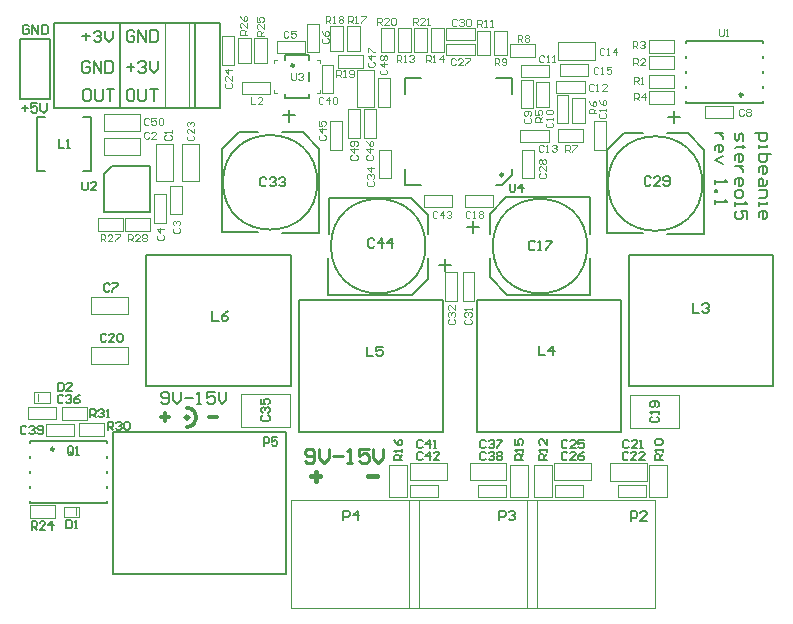
<source format=gto>
G04 Layer_Color=65535*
%FSLAX44Y44*%
%MOMM*%
G71*
G01*
G75*
%ADD33C,0.2500*%
%ADD34C,0.3000*%
%ADD40C,0.4000*%
%ADD47C,0.2000*%
%ADD60C,0.2032*%
%ADD61C,0.2540*%
%ADD62C,0.1000*%
%ADD63C,0.0762*%
%ADD64C,0.1500*%
%ADD65C,0.1200*%
%ADD66C,0.1600*%
D33*
X412250Y367500D02*
G03*
X412250Y367500I-1250J0D01*
G01*
X244500Y125499D02*
X246499Y123500D01*
X250498D01*
X252497Y125499D01*
Y133497D01*
X250498Y135496D01*
X246499D01*
X244500Y133497D01*
Y131497D01*
X246499Y129498D01*
X252497D01*
X256496Y135496D02*
Y127499D01*
X260495Y123500D01*
X264494Y127499D01*
Y135496D01*
X268492Y129498D02*
X276490D01*
X280488Y123500D02*
X284487D01*
X282488D01*
Y135496D01*
X280488Y133497D01*
X298482Y135496D02*
X290485D01*
Y129498D01*
X294484Y131497D01*
X296483D01*
X298482Y129498D01*
Y125499D01*
X296483Y123500D01*
X292484D01*
X290485Y125499D01*
X302481Y135496D02*
Y127499D01*
X306480Y123500D01*
X310479Y127499D01*
Y135496D01*
D34*
X146000Y162000D02*
G03*
X146000Y162000I-1500J0D01*
G01*
X144500Y154000D02*
G03*
X144500Y170000I0J8000D01*
G01*
X123000Y161998D02*
X129664D01*
X126332Y165331D02*
Y158666D01*
X162987Y161998D02*
X169652D01*
D40*
X249500Y111998D02*
X257497D01*
X253499Y115997D02*
Y107999D01*
X297484Y111998D02*
X305482D01*
D47*
X227500Y468500D02*
X247500D01*
X227500Y432750D02*
X247500D01*
X227500D02*
Y436000D01*
X247500Y432750D02*
Y436000D01*
Y465000D02*
Y468500D01*
X227500Y465000D02*
Y468500D01*
X11988Y89584D02*
Y91616D01*
Y89584D02*
X77012D01*
Y140384D02*
Y142162D01*
X12000D02*
X77012D01*
X11988Y140384D02*
Y142162D01*
X11990Y127684D02*
Y129716D01*
Y114984D02*
Y117016D01*
Y102284D02*
Y104316D01*
X77012Y89584D02*
Y91616D01*
Y102284D02*
Y104316D01*
Y114984D02*
Y117016D01*
Y127684D02*
Y129716D01*
X419500Y367000D02*
Y372250D01*
X411500Y359000D02*
X419500Y367000D01*
Y435750D02*
Y449000D01*
X406250Y359000D02*
X411500D01*
X406250Y449000D02*
X419500D01*
X329500Y435750D02*
Y449000D01*
X342750D01*
X329500Y359000D02*
Y372250D01*
Y359000D02*
X342750D01*
X632512Y478634D02*
Y480666D01*
X567488D02*
X632512D01*
X567488Y428088D02*
Y429866D01*
Y428088D02*
X632500D01*
X632512D02*
Y429866D01*
X632510Y440534D02*
Y442566D01*
Y453234D02*
Y455266D01*
Y465934D02*
Y467966D01*
X567488Y478634D02*
Y480666D01*
Y465934D02*
Y467966D01*
Y453234D02*
Y455266D01*
Y440534D02*
Y442566D01*
X625592Y403000D02*
X635589D01*
Y398002D01*
X633923Y396335D01*
X630591D01*
X628924Y398002D01*
Y403000D01*
Y393003D02*
Y389671D01*
Y391337D01*
X635589D01*
Y393003D01*
X638921Y384673D02*
X628924D01*
Y379674D01*
X630591Y378008D01*
X632257D01*
X633923D01*
X635589Y379674D01*
Y384673D01*
X628924Y369677D02*
Y373010D01*
X630591Y374676D01*
X633923D01*
X635589Y373010D01*
Y369677D01*
X633923Y368011D01*
X632257D01*
Y374676D01*
X635589Y363013D02*
Y359681D01*
X633923Y358014D01*
X628924D01*
Y363013D01*
X630591Y364679D01*
X632257Y363013D01*
Y358014D01*
X628924Y354682D02*
X635589D01*
Y349684D01*
X633923Y348018D01*
X628924D01*
Y344686D02*
Y341353D01*
Y343019D01*
X635589D01*
Y344686D01*
X628924Y331356D02*
Y334689D01*
X630591Y336355D01*
X633923D01*
X635589Y334689D01*
Y331356D01*
X633923Y329690D01*
X632257D01*
Y336355D01*
X608796Y403000D02*
Y398002D01*
X610462Y396335D01*
X612128Y398002D01*
Y401334D01*
X613795Y403000D01*
X615461Y401334D01*
Y396335D01*
X617127Y391337D02*
X615461D01*
Y393003D01*
Y389671D01*
Y391337D01*
X610462D01*
X608796Y389671D01*
Y379674D02*
Y383006D01*
X610462Y384673D01*
X613795D01*
X615461Y383006D01*
Y379674D01*
X613795Y378008D01*
X612128D01*
Y384673D01*
X615461Y374676D02*
X608796D01*
X612128D01*
X613795Y373010D01*
X615461Y371344D01*
Y369677D01*
X608796Y359681D02*
Y363013D01*
X610462Y364679D01*
X613795D01*
X615461Y363013D01*
Y359681D01*
X613795Y358014D01*
X612128D01*
Y364679D01*
X608796Y353016D02*
Y349684D01*
X610462Y348018D01*
X613795D01*
X615461Y349684D01*
Y353016D01*
X613795Y354682D01*
X610462D01*
X608796Y353016D01*
Y344686D02*
Y341353D01*
Y343019D01*
X618793D01*
X617127Y344686D01*
X618793Y329690D02*
Y336355D01*
X613795D01*
X615461Y333023D01*
Y331356D01*
X613795Y329690D01*
X610462D01*
X608796Y331356D01*
Y334689D01*
X610462Y336355D01*
X598665Y403000D02*
X592000D01*
X595332D01*
X596998Y401334D01*
X598665Y399668D01*
Y398002D01*
X592000Y388005D02*
Y391337D01*
X593666Y393003D01*
X596998D01*
X598665Y391337D01*
Y388005D01*
X596998Y386339D01*
X595332D01*
Y393003D01*
X598665Y383006D02*
X592000Y379674D01*
X598665Y376342D01*
X592000Y363013D02*
Y359681D01*
Y361347D01*
X601997D01*
X600331Y363013D01*
X592000Y354682D02*
X593666D01*
Y353016D01*
X592000D01*
Y354682D01*
Y346352D02*
Y343019D01*
Y344686D01*
X601997D01*
X600331Y346352D01*
X123000Y175166D02*
X124666Y173500D01*
X127998D01*
X129664Y175166D01*
Y181831D01*
X127998Y183497D01*
X124666D01*
X123000Y181831D01*
Y180165D01*
X124666Y178498D01*
X129664D01*
X132997Y183497D02*
Y176832D01*
X136329Y173500D01*
X139661Y176832D01*
Y183497D01*
X142994Y178498D02*
X149658D01*
X152990Y173500D02*
X156323D01*
X154656D01*
Y183497D01*
X152990Y181831D01*
X167985Y183497D02*
X161321D01*
Y178498D01*
X164653Y180165D01*
X166319D01*
X167985Y178498D01*
Y175166D01*
X166319Y173500D01*
X162987D01*
X161321Y175166D01*
X171318Y183497D02*
Y176832D01*
X174650Y173500D01*
X177982Y176832D01*
Y183497D01*
X61498Y439997D02*
X58166D01*
X56500Y438331D01*
Y431666D01*
X58166Y430000D01*
X61498D01*
X63165Y431666D01*
Y438331D01*
X61498Y439997D01*
X66497D02*
Y431666D01*
X68163Y430000D01*
X71495D01*
X73161Y431666D01*
Y439997D01*
X76494D02*
X83158D01*
X79826D01*
Y430000D01*
X100164Y488331D02*
X98498Y489997D01*
X95166D01*
X93500Y488331D01*
Y481666D01*
X95166Y480000D01*
X98498D01*
X100164Y481666D01*
Y484998D01*
X96832D01*
X103497Y480000D02*
Y489997D01*
X110161Y480000D01*
Y489997D01*
X113493D02*
Y480000D01*
X118492D01*
X120158Y481666D01*
Y488331D01*
X118492Y489997D01*
X113493D01*
X93500Y458998D02*
X100164D01*
X96832Y462331D02*
Y455666D01*
X103497Y462331D02*
X105163Y463997D01*
X108495D01*
X110161Y462331D01*
Y460664D01*
X108495Y458998D01*
X106829D01*
X108495D01*
X110161Y457332D01*
Y455666D01*
X108495Y454000D01*
X105163D01*
X103497Y455666D01*
X113493Y463997D02*
Y457332D01*
X116826Y454000D01*
X120158Y457332D01*
Y463997D01*
X55500Y484498D02*
X62165D01*
X58832Y487831D02*
Y481166D01*
X65497Y487831D02*
X67163Y489497D01*
X70495D01*
X72161Y487831D01*
Y486165D01*
X70495Y484498D01*
X68829D01*
X70495D01*
X72161Y482832D01*
Y481166D01*
X70495Y479500D01*
X67163D01*
X65497Y481166D01*
X75493Y489497D02*
Y482832D01*
X78826Y479500D01*
X82158Y482832D01*
Y489497D01*
X62165Y462331D02*
X60498Y463997D01*
X57166D01*
X55500Y462331D01*
Y455666D01*
X57166Y454000D01*
X60498D01*
X62165Y455666D01*
Y458998D01*
X58832D01*
X65497Y454000D02*
Y463997D01*
X72161Y454000D01*
Y463997D01*
X75493D02*
Y454000D01*
X80492D01*
X82158Y455666D01*
Y462331D01*
X80492Y463997D01*
X75493D01*
X98498Y439997D02*
X95166D01*
X93500Y438331D01*
Y431666D01*
X95166Y430000D01*
X98498D01*
X100164Y431666D01*
Y438331D01*
X98498Y439997D01*
X103497D02*
Y431666D01*
X105163Y430000D01*
X108495D01*
X110161Y431666D01*
Y439997D01*
X113493D02*
X120158D01*
X116826D01*
Y430000D01*
D60*
X346500Y307000D02*
G03*
X346500Y307000I-40000J0D01*
G01*
X255000Y361000D02*
G03*
X255000Y361000I-40000J0D01*
G01*
X581000Y360000D02*
G03*
X581000Y360000I-40000J0D01*
G01*
X483500Y307000D02*
G03*
X483500Y307000I-40000J0D01*
G01*
X82250Y29250D02*
Y149250D01*
Y29250D02*
X228250D01*
Y149250D01*
X82250D02*
X228250D01*
X17250Y416750D02*
X24500D01*
X17250Y370250D02*
Y416750D01*
X63750Y370250D02*
Y416750D01*
X56500D02*
X63750D01*
X56500Y370250D02*
X63750D01*
X17250D02*
X24500D01*
X110250Y188250D02*
X232250D01*
Y299250D01*
X110250Y188250D02*
Y299250D01*
X232250D01*
X239500Y261000D02*
X361500D01*
X239500Y150000D02*
Y261000D01*
X361500Y150000D02*
Y261000D01*
X239500Y150000D02*
X361500D01*
X389917Y261000D02*
X511917D01*
X389917Y150000D02*
Y261000D01*
X511917Y150000D02*
Y261000D01*
X389917Y150000D02*
X511917D01*
X518750Y299250D02*
X640750D01*
X518750Y188250D02*
Y299250D01*
X640750Y188250D02*
Y299250D01*
X518750Y188250D02*
X640750D01*
X264500Y317160D02*
Y348000D01*
X349000Y317160D02*
Y333500D01*
Y279500D02*
Y296840D01*
X335000Y265500D02*
X349000Y279500D01*
X334500Y348000D02*
X349000Y333500D01*
X363150Y285640D02*
Y295800D01*
X264500Y348000D02*
X334500D01*
X264000Y265500D02*
X335000D01*
X357953Y290796D02*
X368113D01*
X264000Y265500D02*
Y296840D01*
X174000Y319000D02*
X204840D01*
X188500Y403500D02*
X204840D01*
X225160D02*
X242500D01*
X256500Y389500D01*
X174000Y389000D02*
X188500Y403500D01*
X226200Y417650D02*
X236360D01*
X174000Y319000D02*
Y389000D01*
X256500Y318500D02*
Y389500D01*
X231204Y412453D02*
Y422613D01*
X225160Y318500D02*
X256500D01*
X500000Y318000D02*
X530840D01*
X514500Y402500D02*
X530840D01*
X551160D02*
X568500D01*
X582500Y388500D01*
X500000Y388000D02*
X514500Y402500D01*
X552200Y416650D02*
X562360D01*
X500000Y318000D02*
Y388000D01*
X582500Y317500D02*
Y388500D01*
X557204Y411453D02*
Y421613D01*
X551160Y317500D02*
X582500D01*
X485500Y266000D02*
Y296840D01*
X401000Y280500D02*
Y296840D01*
Y317160D02*
Y334500D01*
X415000Y348500D01*
X401000Y280500D02*
X415500Y266000D01*
X386850Y318200D02*
Y328360D01*
X415500Y266000D02*
X485500D01*
X415000Y348500D02*
X486000D01*
X381887Y323204D02*
X392047D01*
X486000Y317160D02*
Y348500D01*
X247500Y446500D02*
Y454500D01*
X3300Y431900D02*
X28700D01*
X3300D02*
Y482700D01*
X28700Y431900D02*
Y482700D01*
X3300D02*
X28700D01*
D61*
X235000Y460000D02*
G03*
X235000Y460000I-1031J0D01*
G01*
X31988Y135100D02*
G03*
X31988Y135100I-1239J0D01*
G01*
X614989Y435150D02*
G03*
X614989Y435150I-1239J0D01*
G01*
D62*
X15500Y174500D02*
Y183500D01*
X28500Y174500D02*
Y183500D01*
X15500D02*
X28500D01*
X15500Y174500D02*
X28500D01*
X18571Y175952D02*
Y181997D01*
X53500Y77500D02*
Y86500D01*
X40500Y77500D02*
Y86500D01*
Y77500D02*
X53500D01*
X40500Y86500D02*
X53500D01*
X50429Y79003D02*
Y85048D01*
X218000Y462000D02*
Y464500D01*
X220500D01*
X218000Y436500D02*
Y439000D01*
Y436500D02*
X220500D01*
X254500D02*
X257000D01*
Y439000D01*
Y462000D02*
Y464500D01*
X254500D02*
X257000D01*
X125840Y424440D02*
X146160D01*
X125840D02*
Y495560D01*
X146160Y424440D02*
Y495560D01*
X125840D02*
X146160D01*
D63*
X49050Y146500D02*
Y156500D01*
X24950D02*
X49050D01*
X24950Y146500D02*
Y156500D01*
Y146500D02*
X49050D01*
X63450Y207000D02*
Y221500D01*
X94550D01*
X63450Y207000D02*
X94550D01*
Y221500D01*
Y249500D02*
Y264000D01*
X63450Y249500D02*
X94550D01*
X63450Y264000D02*
X94550D01*
X63450Y249500D02*
Y264000D01*
X316000Y94950D02*
X331000D01*
X316000D02*
Y122050D01*
X331000Y94950D02*
Y122050D01*
X316000D02*
X331000D01*
X418500Y94700D02*
X433500D01*
X418500D02*
Y121800D01*
X433500Y94700D02*
Y121800D01*
X418500D02*
X433500D01*
X438500Y94950D02*
X453500D01*
X438500D02*
Y122050D01*
X453500Y94950D02*
Y122050D01*
X438500D02*
X453500D01*
X333450Y95000D02*
X357550D01*
X333450D02*
Y105000D01*
X357550D01*
Y95000D02*
Y105000D01*
X364550Y108750D02*
Y123250D01*
X333450Y108750D02*
X364550D01*
X333450Y123250D02*
X364550D01*
X333450Y108750D02*
Y123250D01*
X390950Y95000D02*
X415050D01*
X390950D02*
Y105000D01*
X415050D01*
Y95000D02*
Y105000D01*
Y108750D02*
Y123250D01*
X383950Y108750D02*
X415050D01*
X383950Y123250D02*
X415050D01*
X383950Y108750D02*
Y123250D01*
X455950Y105000D02*
X480050D01*
Y95000D02*
Y105000D01*
X455950Y95000D02*
X480050D01*
X455950D02*
Y105000D01*
X486550Y108750D02*
Y123250D01*
X455450Y108750D02*
X486550D01*
X455450Y123250D02*
X486550D01*
X455450Y108750D02*
Y123250D01*
X509450Y95000D02*
X533550D01*
X509450D02*
Y105000D01*
X533550D01*
Y95000D02*
Y105000D01*
X534050Y108500D02*
Y123000D01*
X502950Y108500D02*
X534050D01*
X502950Y123000D02*
X534050D01*
X502950Y108500D02*
Y123000D01*
X536000Y94700D02*
X551000D01*
X536000D02*
Y121800D01*
X551000Y94700D02*
Y121800D01*
X536000D02*
X551000D01*
X246500Y470950D02*
X256500D01*
Y495050D01*
X246500D02*
X256500D01*
X246500Y470950D02*
Y495050D01*
X220450Y470500D02*
Y480500D01*
Y470500D02*
X244550D01*
Y480500D01*
X220450D02*
X244550D01*
X11450Y87500D02*
X32550D01*
Y76500D02*
Y87500D01*
X11450Y76500D02*
X32550D01*
X11450D02*
Y87500D01*
X561000Y153000D02*
Y181000D01*
X520000Y153000D02*
Y181000D01*
Y153000D02*
X561000D01*
X520000Y181000D02*
X561000D01*
X231500Y153500D02*
Y181500D01*
X190500Y153500D02*
Y181500D01*
Y153500D02*
X231500D01*
X190500Y181500D02*
X231500D01*
X38450Y160000D02*
X59550D01*
X38450D02*
Y171000D01*
X59550D01*
Y160000D02*
Y171000D01*
X9950Y160500D02*
X34050D01*
X9950D02*
Y170500D01*
X34050D01*
Y160500D02*
Y170500D01*
X53450Y146000D02*
X74550D01*
X53450D02*
Y157000D01*
X74550D01*
Y146000D02*
Y157000D01*
X258500Y436450D02*
Y460550D01*
X268500D01*
Y436450D02*
Y460550D01*
X258500Y436450D02*
X268500D01*
X91950Y331000D02*
X113050D01*
Y320000D02*
Y331000D01*
X91950Y320000D02*
X113050D01*
X91950D02*
Y331000D01*
X68950D02*
X90050D01*
Y320000D02*
Y331000D01*
X68950Y320000D02*
X90050D01*
X68950D02*
Y331000D01*
X140250Y362450D02*
X154750D01*
X140250D02*
Y393550D01*
X154750Y362450D02*
Y393550D01*
X140250D02*
X154750D01*
X348000Y470950D02*
Y492050D01*
X337000Y470950D02*
X348000D01*
X337000D02*
Y492050D01*
X348000D01*
X320000Y470950D02*
Y492050D01*
X309000Y470950D02*
X320000D01*
X309000D02*
Y492050D01*
X320000D01*
X334000Y470950D02*
Y492050D01*
X323000Y470950D02*
X334000D01*
X323000D02*
Y492050D01*
X334000D01*
X272450Y469000D02*
X293550D01*
Y458000D02*
Y469000D01*
X272450Y458000D02*
X293550D01*
X272450D02*
Y469000D01*
X277000Y471950D02*
Y493050D01*
X266000Y471950D02*
X277000D01*
X266000D02*
Y493050D01*
X277000D01*
X290750Y472200D02*
Y493300D01*
X279750Y472200D02*
X290750D01*
X279750D02*
Y493300D01*
X290750D01*
X362250Y470950D02*
Y492050D01*
X351250Y470950D02*
X362250D01*
X351250D02*
Y492050D01*
X362250D01*
X401250Y468450D02*
Y489550D01*
X390250Y468450D02*
X401250D01*
X390250D02*
Y489550D01*
X401250D01*
X404250Y468450D02*
Y489550D01*
X415250D01*
Y468450D02*
Y489550D01*
X404250Y468450D02*
X415250D01*
X418450Y478000D02*
X439550D01*
Y467000D02*
Y478000D01*
X418450Y467000D02*
X439550D01*
X418450D02*
Y478000D01*
X458700Y406250D02*
X479800D01*
Y395250D02*
Y406250D01*
X458700Y395250D02*
X479800D01*
X458700D02*
Y406250D01*
X471000Y411450D02*
Y432550D01*
X482000D01*
Y411450D02*
Y432550D01*
X471000Y411450D02*
X482000D01*
X440500Y424450D02*
Y445550D01*
X451500D01*
Y424450D02*
Y445550D01*
X440500Y424450D02*
X451500D01*
X535450Y427250D02*
X556550D01*
X535450D02*
Y438250D01*
X556550D01*
Y427250D02*
Y438250D01*
X535450Y481750D02*
X556550D01*
Y470750D02*
Y481750D01*
X535450Y470750D02*
X556550D01*
X535450D02*
Y481750D01*
Y468000D02*
X556550D01*
Y457000D02*
Y468000D01*
X535450Y457000D02*
X556550D01*
X535450D02*
Y468000D01*
Y452000D02*
X556550D01*
Y441000D02*
Y452000D01*
X535450Y441000D02*
X556550D01*
X535450D02*
Y452000D01*
X281250Y398950D02*
Y423050D01*
X291250D01*
Y398950D02*
Y423050D01*
X281250Y398950D02*
X291250D01*
X316500Y424950D02*
Y449050D01*
X306500Y424950D02*
X316500D01*
X306500D02*
Y449050D01*
X316500D01*
X288250Y456050D02*
X302750D01*
Y424950D02*
Y456050D01*
X288250Y424950D02*
Y456050D01*
Y424950D02*
X302750D01*
X294250Y398950D02*
Y423050D01*
X304250D01*
Y398950D02*
Y423050D01*
X294250Y398950D02*
X304250D01*
X266000Y388700D02*
Y412800D01*
X276000D01*
Y388700D02*
Y412800D01*
X266000Y388700D02*
X276000D01*
X344950Y340500D02*
X369050D01*
X344950D02*
Y350500D01*
X369050D01*
Y340500D02*
Y350500D01*
X307500Y364450D02*
Y388550D01*
X317500D01*
Y364450D02*
Y388550D01*
X307500Y364450D02*
X317500D01*
X363000Y260950D02*
Y285050D01*
X373000D01*
Y260950D02*
Y285050D01*
X363000Y260950D02*
X373000D01*
X388000D02*
Y285050D01*
X378000Y260950D02*
X388000D01*
X378000D02*
Y285050D01*
X388000D01*
X364200Y481500D02*
X388300D01*
X364200D02*
Y491500D01*
X388300D01*
Y481500D02*
Y491500D01*
X438250Y364450D02*
Y388550D01*
X428250Y364450D02*
X438250D01*
X428250D02*
Y388550D01*
X438250D01*
X364200Y468500D02*
X388300D01*
X364200D02*
Y478500D01*
X388300D01*
Y468500D02*
Y478500D01*
X379950Y340500D02*
X404050D01*
X379950D02*
Y350500D01*
X404050D01*
Y340500D02*
Y350500D01*
X499250Y388700D02*
Y412800D01*
X489250Y388700D02*
X499250D01*
X489250D02*
Y412800D01*
X499250D01*
X460450Y461000D02*
X484550D01*
Y451000D02*
Y461000D01*
X460450Y451000D02*
X484550D01*
X460450D02*
Y461000D01*
X458950Y465000D02*
Y479500D01*
X490050D01*
X458950Y465000D02*
X490050D01*
Y479500D01*
X426700Y395500D02*
X450800D01*
X426700D02*
Y405500D01*
X450800D01*
Y395500D02*
Y405500D01*
X457450Y437000D02*
X481550D01*
X457450D02*
Y447000D01*
X481550D01*
Y437000D02*
Y447000D01*
X427200Y450000D02*
X451300D01*
X427200D02*
Y460000D01*
X451300D01*
Y450000D02*
Y460000D01*
X457500Y410950D02*
Y435050D01*
X467500D01*
Y410950D02*
Y435050D01*
X457500Y410950D02*
X467500D01*
X427750Y423950D02*
Y448050D01*
X437750D01*
Y423950D02*
Y448050D01*
X427750Y423950D02*
X437750D01*
X582950Y415750D02*
X607050D01*
X582950D02*
Y425750D01*
X607050D01*
Y415750D02*
Y425750D01*
X118250Y362450D02*
X132750D01*
X118250D02*
Y393550D01*
X132750Y362450D02*
Y393550D01*
X118250D02*
X132750D01*
X73950Y383750D02*
Y398250D01*
X105050D01*
X73950Y383750D02*
X105050D01*
Y398250D01*
X140000Y333950D02*
Y358050D01*
X130000Y333950D02*
X140000D01*
X130000D02*
Y358050D01*
X140000D01*
X116750Y326700D02*
Y350800D01*
X126750D01*
Y326700D02*
Y350800D01*
X116750Y326700D02*
X126750D01*
X190950Y436000D02*
Y446000D01*
Y436000D02*
X215050D01*
Y446000D01*
X190950D02*
X215050D01*
X73950Y404750D02*
Y419250D01*
X105050D01*
X73950Y404750D02*
X105050D01*
Y419250D01*
X174500Y460450D02*
X184500D01*
Y484550D01*
X174500D02*
X184500D01*
X174500Y460450D02*
Y484550D01*
X201000Y483050D02*
X212000D01*
X201000Y461950D02*
Y483050D01*
Y461950D02*
X212000D01*
Y483050D01*
X187500Y461950D02*
X198500D01*
Y483050D01*
X187500D02*
X198500D01*
X187500Y461950D02*
Y483050D01*
D64*
X87500Y423750D02*
Y496250D01*
X74250Y336000D02*
X113000D01*
X74250D02*
Y368250D01*
X81000Y375000D01*
X113250D01*
Y336000D02*
Y375000D01*
X32150Y423750D02*
Y496250D01*
X172400D01*
Y423750D02*
Y496250D01*
X32150Y423750D02*
X172400D01*
X151150D02*
Y496250D01*
X35500Y191498D02*
Y184500D01*
X38999D01*
X40165Y185666D01*
Y190331D01*
X38999Y191498D01*
X35500D01*
X47163Y184500D02*
X42498D01*
X47163Y189165D01*
Y190331D01*
X45997Y191498D01*
X43664D01*
X42498Y190331D01*
X42500Y74998D02*
Y68000D01*
X45999D01*
X47165Y69166D01*
Y73831D01*
X45999Y74998D01*
X42500D01*
X49498Y68000D02*
X51830D01*
X50664D01*
Y74998D01*
X49498Y73831D01*
X8665Y153832D02*
X7499Y154998D01*
X5166D01*
X4000Y153832D01*
Y149166D01*
X5166Y148000D01*
X7499D01*
X8665Y149166D01*
X10998Y153832D02*
X12164Y154998D01*
X14497D01*
X15663Y153832D01*
Y152665D01*
X14497Y151499D01*
X13330D01*
X14497D01*
X15663Y150333D01*
Y149166D01*
X14497Y148000D01*
X12164D01*
X10998Y149166D01*
X17996D02*
X19162Y148000D01*
X21494D01*
X22661Y149166D01*
Y153832D01*
X21494Y154998D01*
X19162D01*
X17996Y153832D01*
Y152665D01*
X19162Y151499D01*
X22661D01*
X36000Y397498D02*
Y390500D01*
X40665D01*
X42998D02*
X45330D01*
X44164D01*
Y397498D01*
X42998Y396331D01*
X56000Y361498D02*
Y355666D01*
X57166Y354500D01*
X59499D01*
X60665Y355666D01*
Y361498D01*
X67663Y354500D02*
X62998D01*
X67663Y359165D01*
Y360331D01*
X66497Y361498D01*
X64164D01*
X62998Y360331D01*
X79165Y274331D02*
X77999Y275498D01*
X75666D01*
X74500Y274331D01*
Y269666D01*
X75666Y268500D01*
X77999D01*
X79165Y269666D01*
X81498Y275498D02*
X86163D01*
Y274331D01*
X81498Y269666D01*
Y268500D01*
X439332Y310165D02*
X437999Y311497D01*
X435333D01*
X434000Y310165D01*
Y304833D01*
X435333Y303500D01*
X437999D01*
X439332Y304833D01*
X441997Y303500D02*
X444663D01*
X443330D01*
Y311497D01*
X441997Y310165D01*
X448662Y311497D02*
X453994D01*
Y310165D01*
X448662Y304833D01*
Y303500D01*
X538168Y162665D02*
X537002Y161499D01*
Y159166D01*
X538168Y158000D01*
X542834D01*
X544000Y159166D01*
Y161499D01*
X542834Y162665D01*
X544000Y164998D02*
Y167330D01*
Y166164D01*
X537002D01*
X538168Y164998D01*
X542834Y170829D02*
X544000Y171996D01*
Y174328D01*
X542834Y175494D01*
X538168D01*
X537002Y174328D01*
Y171996D01*
X538168Y170829D01*
X539335D01*
X540501Y171996D01*
Y175494D01*
X518665Y141832D02*
X517499Y142998D01*
X515166D01*
X514000Y141832D01*
Y137166D01*
X515166Y136000D01*
X517499D01*
X518665Y137166D01*
X525663Y136000D02*
X520998D01*
X525663Y140665D01*
Y141832D01*
X524497Y142998D01*
X522164D01*
X520998Y141832D01*
X527995Y136000D02*
X530328D01*
X529162D01*
Y142998D01*
X527995Y141832D01*
X518165Y131832D02*
X516999Y132998D01*
X514666D01*
X513500Y131832D01*
Y127166D01*
X514666Y126000D01*
X516999D01*
X518165Y127166D01*
X525163Y126000D02*
X520498D01*
X525163Y130665D01*
Y131832D01*
X523997Y132998D01*
X521664D01*
X520498Y131832D01*
X532161Y126000D02*
X527495D01*
X532161Y130665D01*
Y131832D01*
X530994Y132998D01*
X528662D01*
X527495Y131832D01*
X466665Y141832D02*
X465499Y142998D01*
X463166D01*
X462000Y141832D01*
Y137166D01*
X463166Y136000D01*
X465499D01*
X466665Y137166D01*
X473663Y136000D02*
X468998D01*
X473663Y140665D01*
Y141832D01*
X472497Y142998D01*
X470164D01*
X468998Y141832D01*
X480661Y142998D02*
X475995D01*
Y139499D01*
X478328Y140665D01*
X479494D01*
X480661Y139499D01*
Y137166D01*
X479494Y136000D01*
X477162D01*
X475995Y137166D01*
X466665Y131832D02*
X465499Y132998D01*
X463166D01*
X462000Y131832D01*
Y127166D01*
X463166Y126000D01*
X465499D01*
X466665Y127166D01*
X473663Y126000D02*
X468998D01*
X473663Y130665D01*
Y131832D01*
X472497Y132998D01*
X470164D01*
X468998Y131832D01*
X480661Y132998D02*
X478328Y131832D01*
X475995Y129499D01*
Y127166D01*
X477162Y126000D01*
X479494D01*
X480661Y127166D01*
Y128333D01*
X479494Y129499D01*
X475995D01*
X537332Y364664D02*
X535999Y365997D01*
X533333D01*
X532000Y364664D01*
Y359333D01*
X533333Y358000D01*
X535999D01*
X537332Y359333D01*
X545329Y358000D02*
X539997D01*
X545329Y363332D01*
Y364664D01*
X543996Y365997D01*
X541330D01*
X539997Y364664D01*
X547995Y359333D02*
X549328Y358000D01*
X551994D01*
X553326Y359333D01*
Y364664D01*
X551994Y365997D01*
X549328D01*
X547995Y364664D01*
Y363332D01*
X549328Y361999D01*
X553326D01*
X211832Y364165D02*
X210499Y365497D01*
X207833D01*
X206500Y364165D01*
Y358833D01*
X207833Y357500D01*
X210499D01*
X211832Y358833D01*
X214497Y364165D02*
X215830Y365497D01*
X218496D01*
X219829Y364165D01*
Y362832D01*
X218496Y361499D01*
X217163D01*
X218496D01*
X219829Y360166D01*
Y358833D01*
X218496Y357500D01*
X215830D01*
X214497Y358833D01*
X222495Y364165D02*
X223828Y365497D01*
X226494D01*
X227826Y364165D01*
Y362832D01*
X226494Y361499D01*
X225161D01*
X226494D01*
X227826Y360166D01*
Y358833D01*
X226494Y357500D01*
X223828D01*
X222495Y358833D01*
X208668Y163665D02*
X207502Y162499D01*
Y160166D01*
X208668Y159000D01*
X213334D01*
X214500Y160166D01*
Y162499D01*
X213334Y163665D01*
X208668Y165998D02*
X207502Y167164D01*
Y169497D01*
X208668Y170663D01*
X209835D01*
X211001Y169497D01*
Y168330D01*
Y169497D01*
X212167Y170663D01*
X213334D01*
X214500Y169497D01*
Y167164D01*
X213334Y165998D01*
X207502Y177661D02*
Y172995D01*
X211001D01*
X209835Y175328D01*
Y176494D01*
X211001Y177661D01*
X213334D01*
X214500Y176494D01*
Y174162D01*
X213334Y172995D01*
X397665Y141832D02*
X396499Y142998D01*
X394166D01*
X393000Y141832D01*
Y137166D01*
X394166Y136000D01*
X396499D01*
X397665Y137166D01*
X399998Y141832D02*
X401164Y142998D01*
X403497D01*
X404663Y141832D01*
Y140665D01*
X403497Y139499D01*
X402330D01*
X403497D01*
X404663Y138333D01*
Y137166D01*
X403497Y136000D01*
X401164D01*
X399998Y137166D01*
X406996Y142998D02*
X411661D01*
Y141832D01*
X406996Y137166D01*
Y136000D01*
X397665Y131832D02*
X396499Y132998D01*
X394166D01*
X393000Y131832D01*
Y127166D01*
X394166Y126000D01*
X396499D01*
X397665Y127166D01*
X399998Y131832D02*
X401164Y132998D01*
X403497D01*
X404663Y131832D01*
Y130665D01*
X403497Y129499D01*
X402330D01*
X403497D01*
X404663Y128333D01*
Y127166D01*
X403497Y126000D01*
X401164D01*
X399998Y127166D01*
X406996Y131832D02*
X408162Y132998D01*
X410494D01*
X411661Y131832D01*
Y130665D01*
X410494Y129499D01*
X411661Y128333D01*
Y127166D01*
X410494Y126000D01*
X408162D01*
X406996Y127166D01*
Y128333D01*
X408162Y129499D01*
X406996Y130665D01*
Y131832D01*
X408162Y129499D02*
X410494D01*
X344165Y141832D02*
X342999Y142998D01*
X340666D01*
X339500Y141832D01*
Y137166D01*
X340666Y136000D01*
X342999D01*
X344165Y137166D01*
X349997Y136000D02*
Y142998D01*
X346498Y139499D01*
X351163D01*
X353495Y136000D02*
X355828D01*
X354662D01*
Y142998D01*
X353495Y141832D01*
X344165Y131832D02*
X342999Y132998D01*
X340666D01*
X339500Y131832D01*
Y127166D01*
X340666Y126000D01*
X342999D01*
X344165Y127166D01*
X349997Y126000D02*
Y132998D01*
X346498Y129499D01*
X351163D01*
X358161Y126000D02*
X353495D01*
X358161Y130665D01*
Y131832D01*
X356994Y132998D01*
X354662D01*
X353495Y131832D01*
X303332Y312164D02*
X301999Y313497D01*
X299333D01*
X298000Y312164D01*
Y306833D01*
X299333Y305500D01*
X301999D01*
X303332Y306833D01*
X309996Y305500D02*
Y313497D01*
X305997Y309499D01*
X311329D01*
X317994Y305500D02*
Y313497D01*
X313995Y309499D01*
X319326D01*
X418000Y359998D02*
Y354166D01*
X419166Y353000D01*
X421499D01*
X422665Y354166D01*
Y359998D01*
X428497Y353000D02*
Y359998D01*
X424998Y356499D01*
X429663D01*
X573000Y258497D02*
Y250500D01*
X578332D01*
X580997Y257164D02*
X582330Y258497D01*
X584996D01*
X586329Y257164D01*
Y255832D01*
X584996Y254499D01*
X583663D01*
X584996D01*
X586329Y253166D01*
Y251833D01*
X584996Y250500D01*
X582330D01*
X580997Y251833D01*
X442500Y222497D02*
Y214500D01*
X447832D01*
X454496D02*
Y222497D01*
X450497Y218499D01*
X455829D01*
X297000Y221997D02*
Y214000D01*
X302332D01*
X310329Y221997D02*
X304997D01*
Y217999D01*
X307663Y219332D01*
X308996D01*
X310329Y217999D01*
Y215333D01*
X308996Y214000D01*
X306330D01*
X304997Y215333D01*
X166000Y251997D02*
Y244000D01*
X171332D01*
X179329Y251997D02*
X176663Y250665D01*
X173997Y247999D01*
Y245333D01*
X175330Y244000D01*
X177996D01*
X179329Y245333D01*
Y246666D01*
X177996Y247999D01*
X173997D01*
X547500Y126000D02*
X540502D01*
Y129499D01*
X541669Y130665D01*
X544001D01*
X545167Y129499D01*
Y126000D01*
Y128333D02*
X547500Y130665D01*
Y132998D02*
Y135330D01*
Y134164D01*
X540502D01*
X541669Y132998D01*
Y138829D02*
X540502Y139995D01*
Y142328D01*
X541669Y143494D01*
X546334D01*
X547500Y142328D01*
Y139995D01*
X546334Y138829D01*
X541669D01*
X449500Y126000D02*
X442502D01*
Y129499D01*
X443669Y130665D01*
X446001D01*
X447167Y129499D01*
Y126000D01*
Y128333D02*
X449500Y130665D01*
Y132998D02*
Y135330D01*
Y134164D01*
X442502D01*
X443669Y132998D01*
X449500Y143494D02*
Y138829D01*
X444835Y143494D01*
X443669D01*
X442502Y142328D01*
Y139995D01*
X443669Y138829D01*
X429500Y126000D02*
X422502D01*
Y129499D01*
X423669Y130665D01*
X426001D01*
X427167Y129499D01*
Y126000D01*
Y128333D02*
X429500Y130665D01*
Y132998D02*
Y135330D01*
Y134164D01*
X422502D01*
X423669Y132998D01*
X422502Y143494D02*
Y138829D01*
X426001D01*
X424835Y141162D01*
Y142328D01*
X426001Y143494D01*
X428334D01*
X429500Y142328D01*
Y139995D01*
X428334Y138829D01*
X327000Y125500D02*
X320002D01*
Y128999D01*
X321169Y130165D01*
X323501D01*
X324667Y128999D01*
Y125500D01*
Y127833D02*
X327000Y130165D01*
Y132498D02*
Y134830D01*
Y133664D01*
X320002D01*
X321169Y132498D01*
X320002Y142994D02*
X321169Y140662D01*
X323501Y138329D01*
X325834D01*
X327000Y139495D01*
Y141828D01*
X325834Y142994D01*
X324667D01*
X323501Y141828D01*
Y138329D01*
X520500Y74500D02*
Y82497D01*
X524499D01*
X525832Y81165D01*
Y78499D01*
X524499Y77166D01*
X520500D01*
X533829Y74500D02*
X528497D01*
X533829Y79832D01*
Y81165D01*
X532496Y82497D01*
X529830D01*
X528497Y81165D01*
X409000Y75000D02*
Y82997D01*
X412999D01*
X414332Y81664D01*
Y78999D01*
X412999Y77666D01*
X409000D01*
X416997Y81664D02*
X418330Y82997D01*
X420996D01*
X422329Y81664D01*
Y80332D01*
X420996Y78999D01*
X419663D01*
X420996D01*
X422329Y77666D01*
Y76333D01*
X420996Y75000D01*
X418330D01*
X416997Y76333D01*
X277000Y75000D02*
Y82997D01*
X280999D01*
X282332Y81664D01*
Y78999D01*
X280999Y77666D01*
X277000D01*
X288996Y75000D02*
Y82997D01*
X284997Y78999D01*
X290329D01*
X209500Y138000D02*
Y144998D01*
X212999D01*
X214165Y143832D01*
Y141499D01*
X212999Y140333D01*
X209500D01*
X221163Y144998D02*
X216498D01*
Y141499D01*
X218830Y142665D01*
X219997D01*
X221163Y141499D01*
Y139166D01*
X219997Y138000D01*
X217664D01*
X216498Y139166D01*
X48165Y131666D02*
Y136332D01*
X46999Y137498D01*
X44666D01*
X43500Y136332D01*
Y131666D01*
X44666Y130500D01*
X46999D01*
X45833Y132833D02*
X48165Y130500D01*
X46999D02*
X48165Y131666D01*
X50498Y130500D02*
X52830D01*
X51664D01*
Y137498D01*
X50498Y136332D01*
X13000Y67000D02*
Y73998D01*
X16499D01*
X17665Y72832D01*
Y70499D01*
X16499Y69333D01*
X13000D01*
X15333D02*
X17665Y67000D01*
X24663D02*
X19998D01*
X24663Y71665D01*
Y72832D01*
X23497Y73998D01*
X21164D01*
X19998Y72832D01*
X30494Y67000D02*
Y73998D01*
X26995Y70499D01*
X31661D01*
X76165Y231831D02*
X74999Y232998D01*
X72666D01*
X71500Y231831D01*
Y227166D01*
X72666Y226000D01*
X74999D01*
X76165Y227166D01*
X83163Y226000D02*
X78498D01*
X83163Y230665D01*
Y231831D01*
X81997Y232998D01*
X79664D01*
X78498Y231831D01*
X85496D02*
X86662Y232998D01*
X88994D01*
X90161Y231831D01*
Y227166D01*
X88994Y226000D01*
X86662D01*
X85496Y227166D01*
Y231831D01*
X39665Y179832D02*
X38499Y180998D01*
X36166D01*
X35000Y179832D01*
Y175166D01*
X36166Y174000D01*
X38499D01*
X39665Y175166D01*
X41998Y179832D02*
X43164Y180998D01*
X45497D01*
X46663Y179832D01*
Y178665D01*
X45497Y177499D01*
X44330D01*
X45497D01*
X46663Y176333D01*
Y175166D01*
X45497Y174000D01*
X43164D01*
X41998Y175166D01*
X53661Y180998D02*
X51328Y179832D01*
X48995Y177499D01*
Y175166D01*
X50162Y174000D01*
X52494D01*
X53661Y175166D01*
Y176333D01*
X52494Y177499D01*
X48995D01*
X77500Y151500D02*
Y158498D01*
X80999D01*
X82165Y157331D01*
Y154999D01*
X80999Y153833D01*
X77500D01*
X79833D02*
X82165Y151500D01*
X84498Y157331D02*
X85664Y158498D01*
X87997D01*
X89163Y157331D01*
Y156165D01*
X87997Y154999D01*
X86830D01*
X87997D01*
X89163Y153833D01*
Y152666D01*
X87997Y151500D01*
X85664D01*
X84498Y152666D01*
X91496Y157331D02*
X92662Y158498D01*
X94994D01*
X96161Y157331D01*
Y152666D01*
X94994Y151500D01*
X92662D01*
X91496Y152666D01*
Y157331D01*
X62500Y162000D02*
Y168998D01*
X65999D01*
X67165Y167831D01*
Y165499D01*
X65999Y164333D01*
X62500D01*
X64833D02*
X67165Y162000D01*
X69498Y167831D02*
X70664Y168998D01*
X72997D01*
X74163Y167831D01*
Y166665D01*
X72997Y165499D01*
X71830D01*
X72997D01*
X74163Y164333D01*
Y163166D01*
X72997Y162000D01*
X70664D01*
X69498Y163166D01*
X76495Y162000D02*
X78828D01*
X77662D01*
Y168998D01*
X76495Y167831D01*
D65*
X232750Y92250D02*
X340750D01*
X232750Y250D02*
X340750D01*
X232750D02*
Y92250D01*
X340750Y250D02*
Y92250D01*
X332750D02*
X440750D01*
X332750Y250D02*
X440750D01*
X332750D02*
Y92250D01*
X440750Y250D02*
Y92250D01*
X432750D02*
X540750D01*
X432750Y250D02*
X540750D01*
X432750D02*
Y92250D01*
X540750Y250D02*
Y92250D01*
X195500Y486000D02*
X189502D01*
Y488999D01*
X190502Y489999D01*
X192501D01*
X193501Y488999D01*
Y486000D01*
Y487999D02*
X195500Y489999D01*
Y495997D02*
Y491998D01*
X191501Y495997D01*
X190502D01*
X189502Y494997D01*
Y492998D01*
X190502Y491998D01*
X189502Y501995D02*
X190502Y499995D01*
X192501Y497996D01*
X194500D01*
X195500Y498996D01*
Y500995D01*
X194500Y501995D01*
X193501D01*
X192501Y500995D01*
Y497996D01*
X209500Y485000D02*
X203502D01*
Y487999D01*
X204502Y488999D01*
X206501D01*
X207501Y487999D01*
Y485000D01*
Y486999D02*
X209500Y488999D01*
Y494997D02*
Y490998D01*
X205501Y494997D01*
X204502D01*
X203502Y493997D01*
Y491998D01*
X204502Y490998D01*
X203502Y500995D02*
Y496996D01*
X206501D01*
X205501Y498996D01*
Y499995D01*
X206501Y500995D01*
X208500D01*
X209500Y499995D01*
Y497996D01*
X208500Y496996D01*
X177502Y444999D02*
X176502Y443999D01*
Y442000D01*
X177502Y441000D01*
X181500D01*
X182500Y442000D01*
Y443999D01*
X181500Y444999D01*
X182500Y450997D02*
Y446998D01*
X178501Y450997D01*
X177502D01*
X176502Y449997D01*
Y447998D01*
X177502Y446998D01*
X182500Y455995D02*
X176502D01*
X179501Y452996D01*
Y456995D01*
X112499Y414498D02*
X111499Y415498D01*
X109500D01*
X108500Y414498D01*
Y410500D01*
X109500Y409500D01*
X111499D01*
X112499Y410500D01*
X118497Y415498D02*
X114498D01*
Y412499D01*
X116497Y413499D01*
X117497D01*
X118497Y412499D01*
Y410500D01*
X117497Y409500D01*
X115498D01*
X114498Y410500D01*
X120496Y414498D02*
X121496Y415498D01*
X123495D01*
X124495Y414498D01*
Y410500D01*
X123495Y409500D01*
X121496D01*
X120496Y410500D01*
Y414498D01*
X198500Y432998D02*
Y427000D01*
X202499D01*
X208497D02*
X204498D01*
X208497Y430999D01*
Y431998D01*
X207497Y432998D01*
X205498D01*
X204498Y431998D01*
X233000Y453498D02*
Y448500D01*
X234000Y447500D01*
X235999D01*
X236999Y448500D01*
Y453498D01*
X238998Y452498D02*
X239998Y453498D01*
X241997D01*
X242997Y452498D01*
Y451499D01*
X241997Y450499D01*
X240997D01*
X241997D01*
X242997Y449499D01*
Y448500D01*
X241997Y447500D01*
X239998D01*
X238998Y448500D01*
X259502Y482999D02*
X258502Y481999D01*
Y480000D01*
X259502Y479000D01*
X263500D01*
X264500Y480000D01*
Y481999D01*
X263500Y482999D01*
X258502Y488997D02*
X259502Y486997D01*
X261501Y484998D01*
X263500D01*
X264500Y485998D01*
Y487997D01*
X263500Y488997D01*
X262501D01*
X261501Y487997D01*
Y484998D01*
X230499Y488498D02*
X229499Y489498D01*
X227500D01*
X226500Y488498D01*
Y484500D01*
X227500Y483500D01*
X229499D01*
X230499Y484500D01*
X236497Y489498D02*
X232498D01*
Y486499D01*
X234497Y487499D01*
X235497D01*
X236497Y486499D01*
Y484500D01*
X235497Y483500D01*
X233498D01*
X232498Y484500D01*
X120002Y316499D02*
X119002Y315499D01*
Y313500D01*
X120002Y312500D01*
X124000D01*
X125000Y313500D01*
Y315499D01*
X124000Y316499D01*
X125000Y321497D02*
X119002D01*
X122001Y318498D01*
Y322497D01*
X133502Y322499D02*
X132502Y321499D01*
Y319500D01*
X133502Y318500D01*
X137500D01*
X138500Y319500D01*
Y321499D01*
X137500Y322499D01*
X133502Y324498D02*
X132502Y325498D01*
Y327497D01*
X133502Y328497D01*
X134501D01*
X135501Y327497D01*
Y326497D01*
Y327497D01*
X136501Y328497D01*
X137500D01*
X138500Y327497D01*
Y325498D01*
X137500Y324498D01*
X112499Y402998D02*
X111499Y403998D01*
X109500D01*
X108500Y402998D01*
Y399000D01*
X109500Y398000D01*
X111499D01*
X112499Y399000D01*
X118497Y398000D02*
X114498D01*
X118497Y401999D01*
Y402998D01*
X117497Y403998D01*
X115498D01*
X114498Y402998D01*
X126502Y400999D02*
X125502Y399999D01*
Y398000D01*
X126502Y397000D01*
X130500D01*
X131500Y398000D01*
Y399999D01*
X130500Y400999D01*
X131500Y402998D02*
Y404997D01*
Y403998D01*
X125502D01*
X126502Y402998D01*
X615999Y422498D02*
X614999Y423498D01*
X613000D01*
X612000Y422498D01*
Y418500D01*
X613000Y417500D01*
X614999D01*
X615999Y418500D01*
X617998Y422498D02*
X618998Y423498D01*
X620997D01*
X621997Y422498D01*
Y421499D01*
X620997Y420499D01*
X621997Y419499D01*
Y418500D01*
X620997Y417500D01*
X618998D01*
X617998Y418500D01*
Y419499D01*
X618998Y420499D01*
X617998Y421499D01*
Y422498D01*
X618998Y420499D02*
X620997D01*
X431002Y415499D02*
X430002Y414499D01*
Y412500D01*
X431002Y411500D01*
X435000D01*
X436000Y412500D01*
Y414499D01*
X435000Y415499D01*
Y417498D02*
X436000Y418498D01*
Y420497D01*
X435000Y421497D01*
X431002D01*
X430002Y420497D01*
Y418498D01*
X431002Y417498D01*
X432001D01*
X433001Y418498D01*
Y421497D01*
X449502Y411499D02*
X448502Y410499D01*
Y408500D01*
X449502Y407500D01*
X453500D01*
X454500Y408500D01*
Y410499D01*
X453500Y411499D01*
X454500Y413498D02*
Y415497D01*
Y414498D01*
X448502D01*
X449502Y413498D01*
Y418496D02*
X448502Y419496D01*
Y421495D01*
X449502Y422495D01*
X453500D01*
X454500Y421495D01*
Y419496D01*
X453500Y418496D01*
X449502D01*
X446999Y467498D02*
X445999Y468498D01*
X444000D01*
X443000Y467498D01*
Y463500D01*
X444000Y462500D01*
X445999D01*
X446999Y463500D01*
X448998Y462500D02*
X450997D01*
X449998D01*
Y468498D01*
X448998Y467498D01*
X453996Y462500D02*
X455996D01*
X454996D01*
Y468498D01*
X453996Y467498D01*
X488999Y443498D02*
X487999Y444498D01*
X486000D01*
X485000Y443498D01*
Y439500D01*
X486000Y438500D01*
X487999D01*
X488999Y439500D01*
X490998Y438500D02*
X492997D01*
X491998D01*
Y444498D01*
X490998Y443498D01*
X499995Y438500D02*
X495996D01*
X499995Y442499D01*
Y443498D01*
X498995Y444498D01*
X496996D01*
X495996Y443498D01*
X446499Y391998D02*
X445499Y392998D01*
X443500D01*
X442500Y391998D01*
Y388000D01*
X443500Y387000D01*
X445499D01*
X446499Y388000D01*
X448498Y387000D02*
X450497D01*
X449498D01*
Y392998D01*
X448498Y391998D01*
X453496D02*
X454496Y392998D01*
X456495D01*
X457495Y391998D01*
Y390999D01*
X456495Y389999D01*
X455496D01*
X456495D01*
X457495Y388999D01*
Y388000D01*
X456495Y387000D01*
X454496D01*
X453496Y388000D01*
X497999Y473498D02*
X496999Y474498D01*
X495000D01*
X494000Y473498D01*
Y469500D01*
X495000Y468500D01*
X496999D01*
X497999Y469500D01*
X499998Y468500D02*
X501997D01*
X500998D01*
Y474498D01*
X499998Y473498D01*
X507995Y468500D02*
Y474498D01*
X504996Y471499D01*
X508995D01*
X492999Y457998D02*
X491999Y458998D01*
X490000D01*
X489000Y457998D01*
Y454000D01*
X490000Y453000D01*
X491999D01*
X492999Y454000D01*
X494998Y453000D02*
X496997D01*
X495998D01*
Y458998D01*
X494998Y457998D01*
X503995Y458998D02*
X499996D01*
Y455999D01*
X501996Y456999D01*
X502995D01*
X503995Y455999D01*
Y454000D01*
X502995Y453000D01*
X500996D01*
X499996Y454000D01*
X494502Y419499D02*
X493502Y418499D01*
Y416500D01*
X494502Y415500D01*
X498500D01*
X499500Y416500D01*
Y418499D01*
X498500Y419499D01*
X499500Y421498D02*
Y423497D01*
Y422498D01*
X493502D01*
X494502Y421498D01*
X493502Y430495D02*
X494502Y428496D01*
X496501Y426496D01*
X498500D01*
X499500Y427496D01*
Y429496D01*
X498500Y430495D01*
X497501D01*
X496501Y429496D01*
Y426496D01*
X384499Y335998D02*
X383499Y336998D01*
X381500D01*
X380500Y335998D01*
Y332000D01*
X381500Y331000D01*
X383499D01*
X384499Y332000D01*
X386498Y331000D02*
X388497D01*
X387498D01*
Y336998D01*
X386498Y335998D01*
X391496D02*
X392496Y336998D01*
X394495D01*
X395495Y335998D01*
Y334999D01*
X394495Y333999D01*
X395495Y332999D01*
Y332000D01*
X394495Y331000D01*
X392496D01*
X391496Y332000D01*
Y332999D01*
X392496Y333999D01*
X391496Y334999D01*
Y335998D01*
X392496Y333999D02*
X394495D01*
X371999Y464998D02*
X370999Y465998D01*
X369000D01*
X368000Y464998D01*
Y461000D01*
X369000Y460000D01*
X370999D01*
X371999Y461000D01*
X377997Y460000D02*
X373998D01*
X377997Y463999D01*
Y464998D01*
X376997Y465998D01*
X374998D01*
X373998Y464998D01*
X379996Y465998D02*
X383995D01*
Y464998D01*
X379996Y461000D01*
Y460000D01*
X443502Y368499D02*
X442502Y367499D01*
Y365500D01*
X443502Y364500D01*
X447500D01*
X448500Y365500D01*
Y367499D01*
X447500Y368499D01*
X448500Y374497D02*
Y370498D01*
X444501Y374497D01*
X443502D01*
X442502Y373497D01*
Y371498D01*
X443502Y370498D01*
Y376496D02*
X442502Y377496D01*
Y379495D01*
X443502Y380495D01*
X444501D01*
X445501Y379495D01*
X446501Y380495D01*
X447500D01*
X448500Y379495D01*
Y377496D01*
X447500Y376496D01*
X446501D01*
X445501Y377496D01*
X444501Y376496D01*
X443502D01*
X445501Y377496D02*
Y379495D01*
X372999Y498498D02*
X371999Y499498D01*
X370000D01*
X369000Y498498D01*
Y494500D01*
X370000Y493500D01*
X371999D01*
X372999Y494500D01*
X374998Y498498D02*
X375998Y499498D01*
X377997D01*
X378997Y498498D01*
Y497499D01*
X377997Y496499D01*
X376997D01*
X377997D01*
X378997Y495499D01*
Y494500D01*
X377997Y493500D01*
X375998D01*
X374998Y494500D01*
X380996Y498498D02*
X381996Y499498D01*
X383995D01*
X384995Y498498D01*
Y494500D01*
X383995Y493500D01*
X381996D01*
X380996Y494500D01*
Y498498D01*
X380502Y244999D02*
X379502Y243999D01*
Y242000D01*
X380502Y241000D01*
X384500D01*
X385500Y242000D01*
Y243999D01*
X384500Y244999D01*
X380502Y246998D02*
X379502Y247998D01*
Y249997D01*
X380502Y250997D01*
X381501D01*
X382501Y249997D01*
Y248997D01*
Y249997D01*
X383501Y250997D01*
X384500D01*
X385500Y249997D01*
Y247998D01*
X384500Y246998D01*
X385500Y252996D02*
Y254995D01*
Y253996D01*
X379502D01*
X380502Y252996D01*
X366502Y244999D02*
X365502Y243999D01*
Y242000D01*
X366502Y241000D01*
X370500D01*
X371500Y242000D01*
Y243999D01*
X370500Y244999D01*
X366502Y246998D02*
X365502Y247998D01*
Y249997D01*
X366502Y250997D01*
X367501D01*
X368501Y249997D01*
Y248997D01*
Y249997D01*
X369501Y250997D01*
X370500D01*
X371500Y249997D01*
Y247998D01*
X370500Y246998D01*
X371500Y256995D02*
Y252996D01*
X367501Y256995D01*
X366502D01*
X365502Y255995D01*
Y253996D01*
X366502Y252996D01*
X298002Y361999D02*
X297002Y360999D01*
Y359000D01*
X298002Y358000D01*
X302000D01*
X303000Y359000D01*
Y360999D01*
X302000Y361999D01*
X298002Y363998D02*
X297002Y364998D01*
Y366997D01*
X298002Y367997D01*
X299001D01*
X300001Y366997D01*
Y365997D01*
Y366997D01*
X301001Y367997D01*
X302000D01*
X303000Y366997D01*
Y364998D01*
X302000Y363998D01*
X303000Y372995D02*
X297002D01*
X300001Y369996D01*
Y373995D01*
X356499Y335498D02*
X355499Y336498D01*
X353500D01*
X352500Y335498D01*
Y331500D01*
X353500Y330500D01*
X355499D01*
X356499Y331500D01*
X361497Y330500D02*
Y336498D01*
X358498Y333499D01*
X362497D01*
X364496Y335498D02*
X365496Y336498D01*
X367495D01*
X368495Y335498D01*
Y334499D01*
X367495Y333499D01*
X366496D01*
X367495D01*
X368495Y332499D01*
Y331500D01*
X367495Y330500D01*
X365496D01*
X364496Y331500D01*
X257002Y400999D02*
X256002Y399999D01*
Y398000D01*
X257002Y397000D01*
X261000D01*
X262000Y398000D01*
Y399999D01*
X261000Y400999D01*
X262000Y405997D02*
X256002D01*
X259001Y402998D01*
Y406997D01*
X256002Y412995D02*
Y408996D01*
X259001D01*
X258001Y410995D01*
Y411995D01*
X259001Y412995D01*
X261000D01*
X262000Y411995D01*
Y409996D01*
X261000Y408996D01*
X297502Y383999D02*
X296502Y382999D01*
Y381000D01*
X297502Y380000D01*
X301500D01*
X302500Y381000D01*
Y382999D01*
X301500Y383999D01*
X302500Y388997D02*
X296502D01*
X299501Y385998D01*
Y389997D01*
X296502Y395995D02*
X297502Y393996D01*
X299501Y391996D01*
X301500D01*
X302500Y392996D01*
Y394995D01*
X301500Y395995D01*
X300501D01*
X299501Y394995D01*
Y391996D01*
X298502Y462999D02*
X297502Y461999D01*
Y460000D01*
X298502Y459000D01*
X302500D01*
X303500Y460000D01*
Y461999D01*
X302500Y462999D01*
X303500Y467997D02*
X297502D01*
X300501Y464998D01*
Y468997D01*
X297502Y470996D02*
Y474995D01*
X298502D01*
X302500Y470996D01*
X303500D01*
X309002Y456499D02*
X308002Y455499D01*
Y453500D01*
X309002Y452500D01*
X313000D01*
X314000Y453500D01*
Y455499D01*
X313000Y456499D01*
X314000Y461497D02*
X308002D01*
X311001Y458498D01*
Y462497D01*
X309002Y464496D02*
X308002Y465496D01*
Y467495D01*
X309002Y468495D01*
X310001D01*
X311001Y467495D01*
X312001Y468495D01*
X313000D01*
X314000Y467495D01*
Y465496D01*
X313000Y464496D01*
X312001D01*
X311001Y465496D01*
X310001Y464496D01*
X309002D01*
X311001Y465496D02*
Y467495D01*
X284002Y383999D02*
X283002Y382999D01*
Y381000D01*
X284002Y380000D01*
X288000D01*
X289000Y381000D01*
Y382999D01*
X288000Y383999D01*
X289000Y388997D02*
X283002D01*
X286001Y385998D01*
Y389997D01*
X288000Y391996D02*
X289000Y392996D01*
Y394995D01*
X288000Y395995D01*
X284002D01*
X283002Y394995D01*
Y392996D01*
X284002Y391996D01*
X285001D01*
X286001Y392996D01*
Y395995D01*
X523000Y444500D02*
Y450498D01*
X525999D01*
X526999Y449498D01*
Y447499D01*
X525999Y446499D01*
X523000D01*
X524999D02*
X526999Y444500D01*
X528998D02*
X530997D01*
X529998D01*
Y450498D01*
X528998Y449498D01*
X522500Y460000D02*
Y465998D01*
X525499D01*
X526499Y464998D01*
Y462999D01*
X525499Y461999D01*
X522500D01*
X524499D02*
X526499Y460000D01*
X532497D02*
X528498D01*
X532497Y463999D01*
Y464998D01*
X531497Y465998D01*
X529498D01*
X528498Y464998D01*
X522000Y474500D02*
Y480498D01*
X524999D01*
X525999Y479498D01*
Y477499D01*
X524999Y476499D01*
X522000D01*
X523999D02*
X525999Y474500D01*
X527998Y479498D02*
X528998Y480498D01*
X530997D01*
X531997Y479498D01*
Y478499D01*
X530997Y477499D01*
X529997D01*
X530997D01*
X531997Y476499D01*
Y475500D01*
X530997Y474500D01*
X528998D01*
X527998Y475500D01*
X523000Y430500D02*
Y436498D01*
X525999D01*
X526999Y435498D01*
Y433499D01*
X525999Y432499D01*
X523000D01*
X524999D02*
X526999Y430500D01*
X531997D02*
Y436498D01*
X528998Y433499D01*
X532997D01*
X445500Y412000D02*
X439502D01*
Y414999D01*
X440502Y415999D01*
X442501D01*
X443501Y414999D01*
Y412000D01*
Y413999D02*
X445500Y415999D01*
X439502Y421997D02*
Y417998D01*
X442501D01*
X441501Y419997D01*
Y420997D01*
X442501Y421997D01*
X444500D01*
X445500Y420997D01*
Y418998D01*
X444500Y417998D01*
X491000Y419500D02*
X485002D01*
Y422499D01*
X486002Y423499D01*
X488001D01*
X489001Y422499D01*
Y419500D01*
Y421499D02*
X491000Y423499D01*
X485002Y429497D02*
X486002Y427497D01*
X488001Y425498D01*
X490000D01*
X491000Y426498D01*
Y428497D01*
X490000Y429497D01*
X489001D01*
X488001Y428497D01*
Y425498D01*
X465000Y386500D02*
Y392498D01*
X467999D01*
X468999Y391498D01*
Y389499D01*
X467999Y388499D01*
X465000D01*
X466999D02*
X468999Y386500D01*
X470998Y392498D02*
X474997D01*
Y391498D01*
X470998Y387500D01*
Y386500D01*
X424500Y480000D02*
Y485998D01*
X427499D01*
X428499Y484998D01*
Y482999D01*
X427499Y481999D01*
X424500D01*
X426499D02*
X428499Y480000D01*
X430498Y484998D02*
X431498Y485998D01*
X433497D01*
X434497Y484998D01*
Y483999D01*
X433497Y482999D01*
X434497Y481999D01*
Y481000D01*
X433497Y480000D01*
X431498D01*
X430498Y481000D01*
Y481999D01*
X431498Y482999D01*
X430498Y483999D01*
Y484998D01*
X431498Y482999D02*
X433497D01*
X405000Y460000D02*
Y465998D01*
X407999D01*
X408999Y464998D01*
Y462999D01*
X407999Y461999D01*
X405000D01*
X406999D02*
X408999Y460000D01*
X410998Y461000D02*
X411998Y460000D01*
X413997D01*
X414997Y461000D01*
Y464998D01*
X413997Y465998D01*
X411998D01*
X410998Y464998D01*
Y463999D01*
X411998Y462999D01*
X414997D01*
X390500Y492750D02*
Y498748D01*
X393499D01*
X394499Y497748D01*
Y495749D01*
X393499Y494749D01*
X390500D01*
X392499D02*
X394499Y492750D01*
X396498D02*
X398497D01*
X397498D01*
Y498748D01*
X396498Y497748D01*
X401496Y492750D02*
X403496D01*
X402496D01*
Y498748D01*
X401496Y497748D01*
X347000Y462500D02*
Y468498D01*
X349999D01*
X350999Y467498D01*
Y465499D01*
X349999Y464499D01*
X347000D01*
X348999D02*
X350999Y462500D01*
X352998D02*
X354997D01*
X353998D01*
Y468498D01*
X352998Y467498D01*
X360995Y462500D02*
Y468498D01*
X357996Y465499D01*
X361995D01*
X281000Y496000D02*
Y501998D01*
X283999D01*
X284999Y500998D01*
Y498999D01*
X283999Y497999D01*
X281000D01*
X282999D02*
X284999Y496000D01*
X286998D02*
X288997D01*
X287998D01*
Y501998D01*
X286998Y500998D01*
X291996Y501998D02*
X295995D01*
Y500998D01*
X291996Y497000D01*
Y496000D01*
X262000D02*
Y501998D01*
X264999D01*
X265999Y500998D01*
Y498999D01*
X264999Y497999D01*
X262000D01*
X263999D02*
X265999Y496000D01*
X267998D02*
X269997D01*
X268998D01*
Y501998D01*
X267998Y500998D01*
X272996D02*
X273996Y501998D01*
X275996D01*
X276995Y500998D01*
Y499999D01*
X275996Y498999D01*
X276995Y497999D01*
Y497000D01*
X275996Y496000D01*
X273996D01*
X272996Y497000D01*
Y497999D01*
X273996Y498999D01*
X272996Y499999D01*
Y500998D01*
X273996Y498999D02*
X275996D01*
X271000Y450000D02*
Y455998D01*
X273999D01*
X274999Y454998D01*
Y452999D01*
X273999Y451999D01*
X271000D01*
X272999D02*
X274999Y450000D01*
X276998D02*
X278997D01*
X277998D01*
Y455998D01*
X276998Y454998D01*
X281996Y451000D02*
X282996Y450000D01*
X284995D01*
X285995Y451000D01*
Y454998D01*
X284995Y455998D01*
X282996D01*
X281996Y454998D01*
Y453999D01*
X282996Y452999D01*
X285995D01*
X595000Y490998D02*
Y486000D01*
X596000Y485000D01*
X597999D01*
X598999Y486000D01*
Y490998D01*
X600998Y485000D02*
X602997D01*
X601998D01*
Y490998D01*
X600998Y489998D01*
X322000Y462750D02*
Y468748D01*
X324999D01*
X325999Y467748D01*
Y465749D01*
X324999Y464749D01*
X322000D01*
X323999D02*
X325999Y462750D01*
X327998D02*
X329997D01*
X328998D01*
Y468748D01*
X327998Y467748D01*
X332996D02*
X333996Y468748D01*
X335995D01*
X336995Y467748D01*
Y466749D01*
X335995Y465749D01*
X334996D01*
X335995D01*
X336995Y464749D01*
Y463750D01*
X335995Y462750D01*
X333996D01*
X332996Y463750D01*
X305500Y494500D02*
Y500498D01*
X308499D01*
X309499Y499498D01*
Y497499D01*
X308499Y496499D01*
X305500D01*
X307499D02*
X309499Y494500D01*
X315497D02*
X311498D01*
X315497Y498499D01*
Y499498D01*
X314497Y500498D01*
X312498D01*
X311498Y499498D01*
X317496D02*
X318496Y500498D01*
X320495D01*
X321495Y499498D01*
Y495500D01*
X320495Y494500D01*
X318496D01*
X317496Y495500D01*
Y499498D01*
X336000Y494500D02*
Y500498D01*
X338999D01*
X339999Y499498D01*
Y497499D01*
X338999Y496499D01*
X336000D01*
X337999D02*
X339999Y494500D01*
X345997D02*
X341998D01*
X345997Y498499D01*
Y499498D01*
X344997Y500498D01*
X342998D01*
X341998Y499498D01*
X347996Y494500D02*
X349995D01*
X348996D01*
Y500498D01*
X347996Y499498D01*
X145502Y400499D02*
X144502Y399499D01*
Y397500D01*
X145502Y396500D01*
X149500D01*
X150500Y397500D01*
Y399499D01*
X149500Y400499D01*
X150500Y406497D02*
Y402498D01*
X146501Y406497D01*
X145502D01*
X144502Y405497D01*
Y403498D01*
X145502Y402498D01*
Y408496D02*
X144502Y409496D01*
Y411495D01*
X145502Y412495D01*
X146501D01*
X147501Y411495D01*
Y410495D01*
Y411495D01*
X148501Y412495D01*
X149500D01*
X150500Y411495D01*
Y409496D01*
X149500Y408496D01*
X71500Y311000D02*
Y316998D01*
X74499D01*
X75499Y315998D01*
Y313999D01*
X74499Y312999D01*
X71500D01*
X73499D02*
X75499Y311000D01*
X81497D02*
X77498D01*
X81497Y314999D01*
Y315998D01*
X80497Y316998D01*
X78498D01*
X77498Y315998D01*
X83496Y316998D02*
X87495D01*
Y315998D01*
X83496Y312000D01*
Y311000D01*
X94500D02*
Y316998D01*
X97499D01*
X98499Y315998D01*
Y313999D01*
X97499Y312999D01*
X94500D01*
X96499D02*
X98499Y311000D01*
X104497D02*
X100498D01*
X104497Y314999D01*
Y315998D01*
X103497Y316998D01*
X101498D01*
X100498Y315998D01*
X106496D02*
X107496Y316998D01*
X109495D01*
X110495Y315998D01*
Y314999D01*
X109495Y313999D01*
X110495Y312999D01*
Y312000D01*
X109495Y311000D01*
X107496D01*
X106496Y312000D01*
Y312999D01*
X107496Y313999D01*
X106496Y314999D01*
Y315998D01*
X107496Y313999D02*
X109495D01*
X259999Y432498D02*
X258999Y433498D01*
X257000D01*
X256000Y432498D01*
Y428500D01*
X257000Y427500D01*
X258999D01*
X259999Y428500D01*
X264997Y427500D02*
Y433498D01*
X261998Y430499D01*
X265997D01*
X267996Y432498D02*
X268996Y433498D01*
X270995D01*
X271995Y432498D01*
Y428500D01*
X270995Y427500D01*
X268996D01*
X267996Y428500D01*
Y432498D01*
D66*
X10832Y493164D02*
X9499Y494497D01*
X6833D01*
X5500Y493164D01*
Y487833D01*
X6833Y486500D01*
X9499D01*
X10832Y487833D01*
Y490499D01*
X8166D01*
X13497Y486500D02*
Y494497D01*
X18829Y486500D01*
Y494497D01*
X21495D02*
Y486500D01*
X25494D01*
X26826Y487833D01*
Y493164D01*
X25494Y494497D01*
X21495D01*
X4500Y423999D02*
X9832D01*
X7166Y426665D02*
Y421333D01*
X17829Y427997D02*
X12497D01*
Y423999D01*
X15163Y425332D01*
X16496D01*
X17829Y423999D01*
Y421333D01*
X16496Y420000D01*
X13830D01*
X12497Y421333D01*
X20495Y427997D02*
Y422666D01*
X23161Y420000D01*
X25826Y422666D01*
Y427997D01*
M02*

</source>
